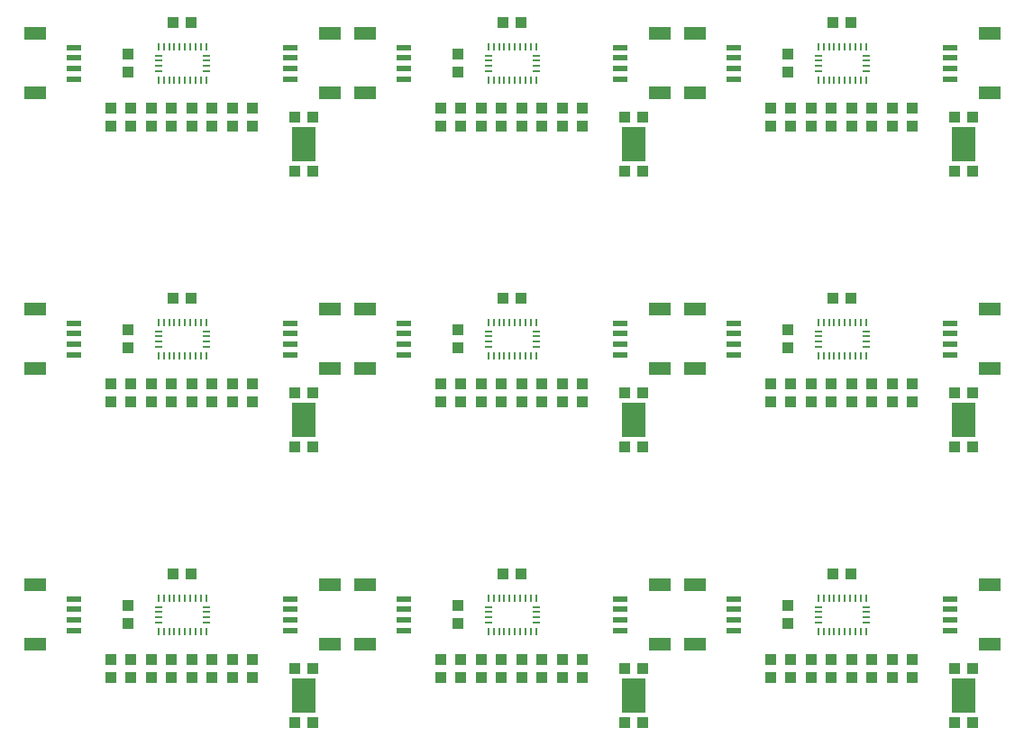
<source format=gtp>
G75*
%MOIN*%
%OFA0B0*%
%FSLAX25Y25*%
%IPPOS*%
%LPD*%
%AMOC8*
5,1,8,0,0,1.08239X$1,22.5*
%
%ADD10R,0.07874X0.04724*%
%ADD11R,0.05315X0.02362*%
%ADD12R,0.03937X0.04331*%
%ADD13R,0.00984X0.02756*%
%ADD14R,0.02756X0.00984*%
%ADD15R,0.04331X0.03937*%
%ADD16R,0.08800X0.13000*%
D10*
X0028031Y0126476D03*
X0028031Y0148524D03*
X0028031Y0228476D03*
X0028031Y0250524D03*
X0028031Y0330476D03*
X0028031Y0352524D03*
X0136969Y0352524D03*
X0150031Y0352524D03*
X0150031Y0330476D03*
X0136969Y0330476D03*
X0136969Y0250524D03*
X0150031Y0250524D03*
X0150031Y0228476D03*
X0136969Y0228476D03*
X0136969Y0148524D03*
X0150031Y0148524D03*
X0150031Y0126476D03*
X0136969Y0126476D03*
X0258969Y0126476D03*
X0272031Y0126476D03*
X0272031Y0148524D03*
X0258969Y0148524D03*
X0258969Y0228476D03*
X0272031Y0228476D03*
X0272031Y0250524D03*
X0258969Y0250524D03*
X0258969Y0330476D03*
X0272031Y0330476D03*
X0272031Y0352524D03*
X0258969Y0352524D03*
X0380969Y0352524D03*
X0380969Y0330476D03*
X0380969Y0250524D03*
X0380969Y0228476D03*
X0380969Y0148524D03*
X0380969Y0126476D03*
D11*
X0366500Y0131594D03*
X0366500Y0135531D03*
X0366500Y0139469D03*
X0366500Y0143406D03*
X0286500Y0143406D03*
X0286500Y0139469D03*
X0286500Y0135531D03*
X0286500Y0131594D03*
X0244500Y0131594D03*
X0244500Y0135531D03*
X0244500Y0139469D03*
X0244500Y0143406D03*
X0164500Y0143406D03*
X0164500Y0139469D03*
X0164500Y0135531D03*
X0164500Y0131594D03*
X0122500Y0131594D03*
X0122500Y0135531D03*
X0122500Y0139469D03*
X0122500Y0143406D03*
X0042500Y0143406D03*
X0042500Y0139469D03*
X0042500Y0135531D03*
X0042500Y0131594D03*
X0042500Y0233594D03*
X0042500Y0237531D03*
X0042500Y0241469D03*
X0042500Y0245406D03*
X0122500Y0245406D03*
X0122500Y0241469D03*
X0122500Y0237531D03*
X0122500Y0233594D03*
X0164500Y0233594D03*
X0164500Y0237531D03*
X0164500Y0241469D03*
X0164500Y0245406D03*
X0244500Y0245406D03*
X0244500Y0241469D03*
X0244500Y0237531D03*
X0244500Y0233594D03*
X0286500Y0233594D03*
X0286500Y0237531D03*
X0286500Y0241469D03*
X0286500Y0245406D03*
X0366500Y0245406D03*
X0366500Y0241469D03*
X0366500Y0237531D03*
X0366500Y0233594D03*
X0366500Y0335594D03*
X0366500Y0339531D03*
X0366500Y0343469D03*
X0366500Y0347406D03*
X0286500Y0347406D03*
X0286500Y0343469D03*
X0286500Y0339531D03*
X0286500Y0335594D03*
X0244500Y0335594D03*
X0244500Y0339531D03*
X0244500Y0343469D03*
X0244500Y0347406D03*
X0164500Y0347406D03*
X0164500Y0343469D03*
X0164500Y0339531D03*
X0164500Y0335594D03*
X0122500Y0335594D03*
X0122500Y0339531D03*
X0122500Y0343469D03*
X0122500Y0347406D03*
X0042500Y0347406D03*
X0042500Y0343469D03*
X0042500Y0339531D03*
X0042500Y0335594D03*
D12*
X0056000Y0114154D03*
X0056000Y0120846D03*
X0063500Y0120846D03*
X0071000Y0120846D03*
X0071000Y0114154D03*
X0063500Y0114154D03*
X0078500Y0114154D03*
X0086000Y0114154D03*
X0086000Y0120846D03*
X0078500Y0120846D03*
X0093500Y0120846D03*
X0093500Y0114154D03*
X0101000Y0114154D03*
X0108500Y0114154D03*
X0108500Y0120846D03*
X0101000Y0120846D03*
X0062500Y0134154D03*
X0062500Y0140846D03*
X0063500Y0216154D03*
X0063500Y0222846D03*
X0071000Y0222846D03*
X0071000Y0216154D03*
X0078500Y0216154D03*
X0078500Y0222846D03*
X0086000Y0222846D03*
X0086000Y0216154D03*
X0093500Y0216154D03*
X0093500Y0222846D03*
X0101000Y0222846D03*
X0101000Y0216154D03*
X0108500Y0216154D03*
X0108500Y0222846D03*
X0062500Y0236154D03*
X0062500Y0242846D03*
X0056000Y0222846D03*
X0056000Y0216154D03*
X0056000Y0318154D03*
X0056000Y0324846D03*
X0063500Y0324846D03*
X0063500Y0318154D03*
X0071000Y0318154D03*
X0071000Y0324846D03*
X0078500Y0324846D03*
X0078500Y0318154D03*
X0086000Y0318154D03*
X0086000Y0324846D03*
X0093500Y0324846D03*
X0093500Y0318154D03*
X0101000Y0318154D03*
X0101000Y0324846D03*
X0108500Y0324846D03*
X0108500Y0318154D03*
X0062500Y0338154D03*
X0062500Y0344846D03*
X0178000Y0324846D03*
X0178000Y0318154D03*
X0185500Y0318154D03*
X0185500Y0324846D03*
X0193000Y0324846D03*
X0193000Y0318154D03*
X0200500Y0318154D03*
X0200500Y0324846D03*
X0208000Y0324846D03*
X0208000Y0318154D03*
X0215500Y0318154D03*
X0215500Y0324846D03*
X0223000Y0324846D03*
X0223000Y0318154D03*
X0230500Y0318154D03*
X0230500Y0324846D03*
X0184500Y0338154D03*
X0184500Y0344846D03*
X0184500Y0242846D03*
X0184500Y0236154D03*
X0185500Y0222846D03*
X0185500Y0216154D03*
X0178000Y0216154D03*
X0178000Y0222846D03*
X0193000Y0222846D03*
X0193000Y0216154D03*
X0200500Y0216154D03*
X0200500Y0222846D03*
X0208000Y0222846D03*
X0208000Y0216154D03*
X0215500Y0216154D03*
X0215500Y0222846D03*
X0223000Y0222846D03*
X0223000Y0216154D03*
X0230500Y0216154D03*
X0230500Y0222846D03*
X0300000Y0222846D03*
X0300000Y0216154D03*
X0307500Y0216154D03*
X0307500Y0222846D03*
X0315000Y0222846D03*
X0315000Y0216154D03*
X0322500Y0216154D03*
X0322500Y0222846D03*
X0330000Y0222846D03*
X0330000Y0216154D03*
X0337500Y0216154D03*
X0337500Y0222846D03*
X0345000Y0222846D03*
X0345000Y0216154D03*
X0352500Y0216154D03*
X0352500Y0222846D03*
X0306500Y0236154D03*
X0306500Y0242846D03*
X0307500Y0318154D03*
X0307500Y0324846D03*
X0300000Y0324846D03*
X0300000Y0318154D03*
X0315000Y0318154D03*
X0315000Y0324846D03*
X0322500Y0324846D03*
X0322500Y0318154D03*
X0330000Y0318154D03*
X0330000Y0324846D03*
X0337500Y0324846D03*
X0337500Y0318154D03*
X0345000Y0318154D03*
X0345000Y0324846D03*
X0352500Y0324846D03*
X0352500Y0318154D03*
X0306500Y0338154D03*
X0306500Y0344846D03*
X0306500Y0140846D03*
X0306500Y0134154D03*
X0307500Y0120846D03*
X0300000Y0120846D03*
X0300000Y0114154D03*
X0307500Y0114154D03*
X0315000Y0114154D03*
X0315000Y0120846D03*
X0322500Y0120846D03*
X0330000Y0120846D03*
X0330000Y0114154D03*
X0322500Y0114154D03*
X0337500Y0114154D03*
X0337500Y0120846D03*
X0345000Y0120846D03*
X0352500Y0120846D03*
X0352500Y0114154D03*
X0345000Y0114154D03*
X0230500Y0114154D03*
X0223000Y0114154D03*
X0223000Y0120846D03*
X0230500Y0120846D03*
X0215500Y0120846D03*
X0215500Y0114154D03*
X0208000Y0114154D03*
X0200500Y0114154D03*
X0200500Y0120846D03*
X0208000Y0120846D03*
X0193000Y0120846D03*
X0193000Y0114154D03*
X0185500Y0114154D03*
X0178000Y0114154D03*
X0178000Y0120846D03*
X0185500Y0120846D03*
X0184500Y0134154D03*
X0184500Y0140846D03*
D13*
X0195642Y0143602D03*
X0197610Y0143602D03*
X0199579Y0143602D03*
X0201547Y0143602D03*
X0203516Y0143602D03*
X0205484Y0143602D03*
X0207453Y0143602D03*
X0209421Y0143602D03*
X0211390Y0143602D03*
X0213358Y0143602D03*
X0213358Y0131398D03*
X0211390Y0131398D03*
X0209421Y0131398D03*
X0207453Y0131398D03*
X0205484Y0131398D03*
X0203516Y0131398D03*
X0201547Y0131398D03*
X0199579Y0131398D03*
X0197610Y0131398D03*
X0195642Y0131398D03*
X0091358Y0131398D03*
X0089390Y0131398D03*
X0087421Y0131398D03*
X0085453Y0131398D03*
X0083484Y0131398D03*
X0081516Y0131398D03*
X0079547Y0131398D03*
X0077579Y0131398D03*
X0075610Y0131398D03*
X0073642Y0131398D03*
X0073642Y0143602D03*
X0075610Y0143602D03*
X0077579Y0143602D03*
X0079547Y0143602D03*
X0081516Y0143602D03*
X0083484Y0143602D03*
X0085453Y0143602D03*
X0087421Y0143602D03*
X0089390Y0143602D03*
X0091358Y0143602D03*
X0091358Y0233398D03*
X0089390Y0233398D03*
X0087421Y0233398D03*
X0085453Y0233398D03*
X0083484Y0233398D03*
X0081516Y0233398D03*
X0079547Y0233398D03*
X0077579Y0233398D03*
X0075610Y0233398D03*
X0073642Y0233398D03*
X0073642Y0245602D03*
X0075610Y0245602D03*
X0077579Y0245602D03*
X0079547Y0245602D03*
X0081516Y0245602D03*
X0083484Y0245602D03*
X0085453Y0245602D03*
X0087421Y0245602D03*
X0089390Y0245602D03*
X0091358Y0245602D03*
X0091358Y0335398D03*
X0089390Y0335398D03*
X0087421Y0335398D03*
X0085453Y0335398D03*
X0083484Y0335398D03*
X0081516Y0335398D03*
X0079547Y0335398D03*
X0077579Y0335398D03*
X0075610Y0335398D03*
X0073642Y0335398D03*
X0073642Y0347602D03*
X0075610Y0347602D03*
X0077579Y0347602D03*
X0079547Y0347602D03*
X0081516Y0347602D03*
X0083484Y0347602D03*
X0085453Y0347602D03*
X0087421Y0347602D03*
X0089390Y0347602D03*
X0091358Y0347602D03*
X0195642Y0347602D03*
X0197610Y0347602D03*
X0199579Y0347602D03*
X0201547Y0347602D03*
X0203516Y0347602D03*
X0205484Y0347602D03*
X0207453Y0347602D03*
X0209421Y0347602D03*
X0211390Y0347602D03*
X0213358Y0347602D03*
X0213358Y0335398D03*
X0211390Y0335398D03*
X0209421Y0335398D03*
X0207453Y0335398D03*
X0205484Y0335398D03*
X0203516Y0335398D03*
X0201547Y0335398D03*
X0199579Y0335398D03*
X0197610Y0335398D03*
X0195642Y0335398D03*
X0195642Y0245602D03*
X0197610Y0245602D03*
X0199579Y0245602D03*
X0201547Y0245602D03*
X0203516Y0245602D03*
X0205484Y0245602D03*
X0207453Y0245602D03*
X0209421Y0245602D03*
X0211390Y0245602D03*
X0213358Y0245602D03*
X0213358Y0233398D03*
X0211390Y0233398D03*
X0209421Y0233398D03*
X0207453Y0233398D03*
X0205484Y0233398D03*
X0203516Y0233398D03*
X0201547Y0233398D03*
X0199579Y0233398D03*
X0197610Y0233398D03*
X0195642Y0233398D03*
X0317642Y0233398D03*
X0319610Y0233398D03*
X0321579Y0233398D03*
X0323547Y0233398D03*
X0325516Y0233398D03*
X0327484Y0233398D03*
X0329453Y0233398D03*
X0331421Y0233398D03*
X0333390Y0233398D03*
X0335358Y0233398D03*
X0335358Y0245602D03*
X0333390Y0245602D03*
X0331421Y0245602D03*
X0329453Y0245602D03*
X0327484Y0245602D03*
X0325516Y0245602D03*
X0323547Y0245602D03*
X0321579Y0245602D03*
X0319610Y0245602D03*
X0317642Y0245602D03*
X0317642Y0335398D03*
X0319610Y0335398D03*
X0321579Y0335398D03*
X0323547Y0335398D03*
X0325516Y0335398D03*
X0327484Y0335398D03*
X0329453Y0335398D03*
X0331421Y0335398D03*
X0333390Y0335398D03*
X0335358Y0335398D03*
X0335358Y0347602D03*
X0333390Y0347602D03*
X0331421Y0347602D03*
X0329453Y0347602D03*
X0327484Y0347602D03*
X0325516Y0347602D03*
X0323547Y0347602D03*
X0321579Y0347602D03*
X0319610Y0347602D03*
X0317642Y0347602D03*
X0317642Y0143602D03*
X0319610Y0143602D03*
X0321579Y0143602D03*
X0323547Y0143602D03*
X0325516Y0143602D03*
X0327484Y0143602D03*
X0329453Y0143602D03*
X0331421Y0143602D03*
X0333390Y0143602D03*
X0335358Y0143602D03*
X0335358Y0131398D03*
X0333390Y0131398D03*
X0331421Y0131398D03*
X0329453Y0131398D03*
X0327484Y0131398D03*
X0325516Y0131398D03*
X0323547Y0131398D03*
X0321579Y0131398D03*
X0319610Y0131398D03*
X0317642Y0131398D03*
D14*
X0317642Y0134547D03*
X0317642Y0136516D03*
X0317642Y0138484D03*
X0317642Y0140453D03*
X0335358Y0140453D03*
X0335358Y0138484D03*
X0335358Y0136516D03*
X0335358Y0134547D03*
X0335358Y0236547D03*
X0335358Y0238516D03*
X0335358Y0240484D03*
X0335358Y0242453D03*
X0317642Y0242453D03*
X0317642Y0240484D03*
X0317642Y0238516D03*
X0317642Y0236547D03*
X0213358Y0236547D03*
X0213358Y0238516D03*
X0213358Y0240484D03*
X0213358Y0242453D03*
X0195642Y0242453D03*
X0195642Y0240484D03*
X0195642Y0238516D03*
X0195642Y0236547D03*
X0195642Y0140453D03*
X0195642Y0138484D03*
X0195642Y0136516D03*
X0195642Y0134547D03*
X0213358Y0134547D03*
X0213358Y0136516D03*
X0213358Y0138484D03*
X0213358Y0140453D03*
X0091358Y0140453D03*
X0091358Y0138484D03*
X0091358Y0136516D03*
X0091358Y0134547D03*
X0073642Y0134547D03*
X0073642Y0136516D03*
X0073642Y0138484D03*
X0073642Y0140453D03*
X0073642Y0236547D03*
X0073642Y0238516D03*
X0073642Y0240484D03*
X0073642Y0242453D03*
X0091358Y0242453D03*
X0091358Y0240484D03*
X0091358Y0238516D03*
X0091358Y0236547D03*
X0091358Y0338547D03*
X0091358Y0340516D03*
X0091358Y0342484D03*
X0091358Y0344453D03*
X0073642Y0344453D03*
X0073642Y0342484D03*
X0073642Y0340516D03*
X0073642Y0338547D03*
X0195642Y0338547D03*
X0195642Y0340516D03*
X0195642Y0342484D03*
X0195642Y0344453D03*
X0213358Y0344453D03*
X0213358Y0342484D03*
X0213358Y0340516D03*
X0213358Y0338547D03*
X0317642Y0338547D03*
X0317642Y0340516D03*
X0317642Y0342484D03*
X0317642Y0344453D03*
X0335358Y0344453D03*
X0335358Y0342484D03*
X0335358Y0340516D03*
X0335358Y0338547D03*
D15*
X0329846Y0356500D03*
X0323154Y0356500D03*
X0368154Y0321500D03*
X0374846Y0321500D03*
X0374846Y0301500D03*
X0368154Y0301500D03*
X0329846Y0254500D03*
X0323154Y0254500D03*
X0368154Y0219500D03*
X0374846Y0219500D03*
X0374846Y0199500D03*
X0368154Y0199500D03*
X0329846Y0152500D03*
X0323154Y0152500D03*
X0368154Y0117500D03*
X0374846Y0117500D03*
X0374846Y0097500D03*
X0368154Y0097500D03*
X0252846Y0097500D03*
X0246154Y0097500D03*
X0246154Y0117500D03*
X0252846Y0117500D03*
X0207846Y0152500D03*
X0201154Y0152500D03*
X0246154Y0199500D03*
X0252846Y0199500D03*
X0252846Y0219500D03*
X0246154Y0219500D03*
X0207846Y0254500D03*
X0201154Y0254500D03*
X0246154Y0301500D03*
X0252846Y0301500D03*
X0252846Y0321500D03*
X0246154Y0321500D03*
X0207846Y0356500D03*
X0201154Y0356500D03*
X0130846Y0321500D03*
X0124154Y0321500D03*
X0124154Y0301500D03*
X0130846Y0301500D03*
X0085846Y0254500D03*
X0079154Y0254500D03*
X0124154Y0219500D03*
X0130846Y0219500D03*
X0130846Y0199500D03*
X0124154Y0199500D03*
X0085846Y0152500D03*
X0079154Y0152500D03*
X0124154Y0117500D03*
X0130846Y0117500D03*
X0130846Y0097500D03*
X0124154Y0097500D03*
X0085846Y0356500D03*
X0079154Y0356500D03*
D16*
X0127500Y0311500D03*
X0127500Y0209500D03*
X0127500Y0107500D03*
X0249500Y0107500D03*
X0249500Y0209500D03*
X0249500Y0311500D03*
X0371500Y0311500D03*
X0371500Y0209500D03*
X0371500Y0107500D03*
M02*

</source>
